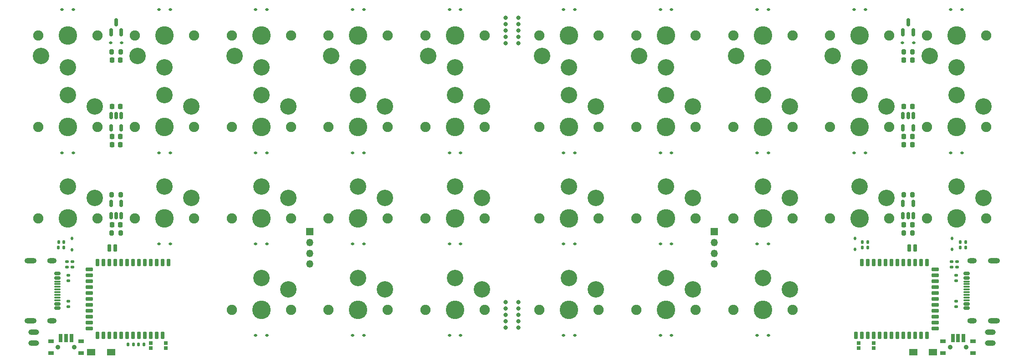
<source format=gbr>
%TF.GenerationSoftware,KiCad,Pcbnew,8.0.1*%
%TF.CreationDate,2024-03-30T18:05:25+05:00*%
%TF.ProjectId,pcb,7063622e-6b69-4636-9164-5f7063625858,rev?*%
%TF.SameCoordinates,Original*%
%TF.FileFunction,Soldermask,Top*%
%TF.FilePolarity,Negative*%
%FSLAX46Y46*%
G04 Gerber Fmt 4.6, Leading zero omitted, Abs format (unit mm)*
G04 Created by KiCad (PCBNEW 8.0.1) date 2024-03-30 18:05:25*
%MOMM*%
%LPD*%
G01*
G04 APERTURE LIST*
G04 Aperture macros list*
%AMRoundRect*
0 Rectangle with rounded corners*
0 $1 Rounding radius*
0 $2 $3 $4 $5 $6 $7 $8 $9 X,Y pos of 4 corners*
0 Add a 4 corners polygon primitive as box body*
4,1,4,$2,$3,$4,$5,$6,$7,$8,$9,$2,$3,0*
0 Add four circle primitives for the rounded corners*
1,1,$1+$1,$2,$3*
1,1,$1+$1,$4,$5*
1,1,$1+$1,$6,$7*
1,1,$1+$1,$8,$9*
0 Add four rect primitives between the rounded corners*
20,1,$1+$1,$2,$3,$4,$5,0*
20,1,$1+$1,$4,$5,$6,$7,0*
20,1,$1+$1,$6,$7,$8,$9,0*
20,1,$1+$1,$8,$9,$2,$3,0*%
G04 Aperture macros list end*
%ADD10C,1.900000*%
%ADD11C,3.050000*%
%ADD12C,3.450000*%
%ADD13RoundRect,0.200000X0.200000X0.275000X-0.200000X0.275000X-0.200000X-0.275000X0.200000X-0.275000X0*%
%ADD14RoundRect,0.112500X-0.187500X-0.112500X0.187500X-0.112500X0.187500X0.112500X-0.187500X0.112500X0*%
%ADD15RoundRect,0.225000X0.225000X0.250000X-0.225000X0.250000X-0.225000X-0.250000X0.225000X-0.250000X0*%
%ADD16RoundRect,0.135000X0.185000X-0.135000X0.185000X0.135000X-0.185000X0.135000X-0.185000X-0.135000X0*%
%ADD17RoundRect,0.112500X0.187500X0.112500X-0.187500X0.112500X-0.187500X-0.112500X0.187500X-0.112500X0*%
%ADD18O,2.219000X1.000000*%
%ADD19RoundRect,0.150000X-0.425000X0.150000X-0.425000X-0.150000X0.425000X-0.150000X0.425000X0.150000X0*%
%ADD20RoundRect,0.075000X-0.500000X0.075000X-0.500000X-0.075000X0.500000X-0.075000X0.500000X0.075000X0*%
%ADD21O,1.762000X1.000000*%
%ADD22C,0.800000*%
%ADD23RoundRect,0.150000X0.150000X-0.512500X0.150000X0.512500X-0.150000X0.512500X-0.150000X-0.512500X0*%
%ADD24RoundRect,0.135000X-0.185000X0.135000X-0.185000X-0.135000X0.185000X-0.135000X0.185000X0.135000X0*%
%ADD25R,1.350000X1.350000*%
%ADD26O,1.350000X1.350000*%
%ADD27RoundRect,0.135000X-0.135000X-0.185000X0.135000X-0.185000X0.135000X0.185000X-0.135000X0.185000X0*%
%ADD28RoundRect,0.150000X0.150000X-0.587500X0.150000X0.587500X-0.150000X0.587500X-0.150000X-0.587500X0*%
%ADD29RoundRect,0.175000X-0.175000X0.500000X-0.175000X-0.500000X0.175000X-0.500000X0.175000X0.500000X0*%
%ADD30RoundRect,0.175000X-0.500000X-0.175000X0.500000X-0.175000X0.500000X0.175000X-0.500000X0.175000X0*%
%ADD31RoundRect,0.175000X0.175000X-0.500000X0.175000X0.500000X-0.175000X0.500000X-0.175000X-0.500000X0*%
%ADD32R,0.800000X0.700000*%
%ADD33RoundRect,0.200000X-0.200000X-0.275000X0.200000X-0.275000X0.200000X0.275000X-0.200000X0.275000X0*%
%ADD34RoundRect,0.140000X0.140000X0.170000X-0.140000X0.170000X-0.140000X-0.170000X0.140000X-0.170000X0*%
%ADD35RoundRect,0.150000X0.425000X-0.150000X0.425000X0.150000X-0.425000X0.150000X-0.425000X-0.150000X0*%
%ADD36RoundRect,0.075000X0.500000X-0.075000X0.500000X0.075000X-0.500000X0.075000X-0.500000X-0.075000X0*%
%ADD37RoundRect,0.175000X0.500000X0.175000X-0.500000X0.175000X-0.500000X-0.175000X0.500000X-0.175000X0*%
%ADD38RoundRect,0.112500X-0.112500X0.187500X-0.112500X-0.187500X0.112500X-0.187500X0.112500X0.187500X0*%
%ADD39RoundRect,0.135000X0.135000X0.185000X-0.135000X0.185000X-0.135000X-0.185000X0.135000X-0.185000X0*%
%ADD40C,0.600000*%
%ADD41RoundRect,0.500000X0.500000X-0.000010X0.500000X0.000010X-0.500000X0.000010X-0.500000X-0.000010X0*%
%ADD42RoundRect,0.060000X0.740000X0.540000X-0.740000X0.540000X-0.740000X-0.540000X0.740000X-0.540000X0*%
%ADD43RoundRect,0.500000X-0.500000X0.000010X-0.500000X-0.000010X0.500000X-0.000010X0.500000X0.000010X0*%
%ADD44RoundRect,0.150000X-0.150000X0.512500X-0.150000X-0.512500X0.150000X-0.512500X0.150000X0.512500X0*%
%ADD45R,1.000000X0.800000*%
%ADD46C,0.900000*%
%ADD47R,0.700000X1.500000*%
%ADD48RoundRect,0.140000X-0.140000X-0.170000X0.140000X-0.170000X0.140000X0.170000X-0.140000X0.170000X0*%
%ADD49RoundRect,0.112500X0.112500X-0.187500X0.112500X0.187500X-0.112500X0.187500X-0.112500X-0.187500X0*%
G04 APERTURE END LIST*
D10*
%TO.C,SW26*%
X191700000Y-84000000D03*
D11*
X197200000Y-78100000D03*
D12*
X197200000Y-84000000D03*
D11*
X202200000Y-80200000D03*
D10*
X202700000Y-84000000D03*
%TD*%
%TO.C,SW2*%
X44500000Y-67000000D03*
D11*
X50000000Y-61100000D03*
D12*
X50000000Y-67000000D03*
D11*
X55000000Y-63200000D03*
D10*
X55500000Y-67000000D03*
%TD*%
%TO.C,SW10*%
X80500000Y-101000000D03*
D11*
X86000000Y-95100000D03*
D12*
X86000000Y-101000000D03*
D11*
X91000000Y-97200000D03*
D10*
X91500000Y-101000000D03*
%TD*%
%TO.C,SW14*%
X98500000Y-101000000D03*
D11*
X104000000Y-95100000D03*
D12*
X104000000Y-101000000D03*
D11*
X109000000Y-97200000D03*
D10*
X109500000Y-101000000D03*
%TD*%
D13*
%TO.C,R16*%
X207025000Y-53037500D03*
X205375000Y-53037500D03*
%TD*%
D14*
%TO.C,D24*%
X196149998Y-45200000D03*
X198249998Y-45200000D03*
%TD*%
D15*
%TO.C,C6*%
X59775000Y-85200000D03*
X58225000Y-85200000D03*
%TD*%
D10*
%TO.C,SW36*%
X137700000Y-67000000D03*
D11*
X143200000Y-61100000D03*
D12*
X143200000Y-67000000D03*
D11*
X148200000Y-63200000D03*
D10*
X148700000Y-67000000D03*
%TD*%
D16*
%TO.C,R14*%
X214300000Y-93110000D03*
X214300000Y-92090000D03*
%TD*%
D10*
%TO.C,SW15*%
X127500000Y-50000000D03*
D11*
X122000000Y-55900000D03*
D12*
X122000000Y-50000000D03*
D11*
X117000000Y-53800000D03*
D10*
X116500000Y-50000000D03*
%TD*%
D17*
%TO.C,D2*%
X51050000Y-71800000D03*
X48950000Y-71800000D03*
%TD*%
D18*
%TO.C,J1*%
X43057400Y-103075300D03*
X43070100Y-91924700D03*
D19*
X48100000Y-94300000D03*
X48100000Y-95100000D03*
D20*
X48100000Y-96250000D03*
X48100000Y-97250000D03*
X48100000Y-97750000D03*
X48100000Y-98750000D03*
D19*
X48100000Y-99900000D03*
X48100000Y-100700000D03*
X48100000Y-100700000D03*
X48100000Y-99900000D03*
D20*
X48100000Y-99250000D03*
X48100000Y-98250000D03*
X48100000Y-96750000D03*
X48100000Y-95750000D03*
D19*
X48100000Y-95100000D03*
X48100000Y-94300000D03*
D21*
X47096000Y-103075400D03*
X47096000Y-91924700D03*
%TD*%
D17*
%TO.C,D30*%
X180250000Y-105800000D03*
X178150000Y-105800000D03*
%TD*%
D22*
%TO.C,P2*%
X131400000Y-51431400D03*
X133800000Y-51431400D03*
X131400000Y-50240700D03*
X133800000Y-50240700D03*
X131400000Y-49050000D03*
X133800000Y-49050000D03*
X131400000Y-47859300D03*
X133800000Y-47859300D03*
X131400000Y-46668600D03*
X133800000Y-46668600D03*
%TD*%
D10*
%TO.C,SW9*%
X80500000Y-84000000D03*
D11*
X86000000Y-78100000D03*
D12*
X86000000Y-84000000D03*
D11*
X91000000Y-80200000D03*
D10*
X91500000Y-84000000D03*
%TD*%
D23*
%TO.C,U6*%
X205250000Y-83537500D03*
X206200000Y-83537500D03*
X207150000Y-83537500D03*
X207150000Y-81262500D03*
X205250000Y-81262500D03*
%TD*%
D14*
%TO.C,D31*%
X160149998Y-45200000D03*
X162249998Y-45200000D03*
%TD*%
D17*
%TO.C,D14*%
X105050000Y-105800000D03*
X102950000Y-105800000D03*
%TD*%
D14*
%TO.C,D11*%
X102950000Y-45200000D03*
X105050000Y-45200000D03*
%TD*%
D15*
%TO.C,C4*%
X59775000Y-68800000D03*
X58225000Y-68800000D03*
%TD*%
D16*
%TO.C,R3*%
X50100000Y-100410000D03*
X50100000Y-99390000D03*
%TD*%
D24*
%TO.C,R13*%
X215100000Y-94590000D03*
X215100000Y-95610000D03*
%TD*%
D17*
%TO.C,D22*%
X216250000Y-71800000D03*
X214150000Y-71800000D03*
%TD*%
D10*
%TO.C,SW27*%
X184699998Y-50000000D03*
D11*
X179199998Y-55900000D03*
D12*
X179199998Y-50000000D03*
D11*
X174199998Y-53800000D03*
D10*
X173699998Y-50000000D03*
%TD*%
%TO.C,SW18*%
X116500000Y-101000000D03*
D11*
X122000000Y-95100000D03*
D12*
X122000000Y-101000000D03*
D11*
X127000000Y-97200000D03*
D10*
X127500000Y-101000000D03*
%TD*%
D24*
%TO.C,R5*%
X50900000Y-92090000D03*
X50900000Y-93110000D03*
%TD*%
D10*
%TO.C,SW38*%
X137700000Y-101000000D03*
D11*
X143200000Y-95100000D03*
D12*
X143200000Y-101000000D03*
D11*
X148200000Y-97200000D03*
D10*
X148700000Y-101000000D03*
%TD*%
D25*
%TO.C,J2*%
X95000000Y-86500000D03*
D26*
X95000000Y-88500000D03*
X95000000Y-90500000D03*
X95000000Y-92500000D03*
%TD*%
D16*
%TO.C,R4*%
X49900000Y-93110000D03*
X49900000Y-92090000D03*
%TD*%
D10*
%TO.C,SW17*%
X116500000Y-84000000D03*
D11*
X122000000Y-78100000D03*
D12*
X122000000Y-84000000D03*
D11*
X127000000Y-80200000D03*
D10*
X127500000Y-84000000D03*
%TD*%
D27*
%TO.C,R10*%
X61190000Y-107500000D03*
X62210000Y-107500000D03*
%TD*%
D15*
%TO.C,C3*%
X59775000Y-63200000D03*
X58225000Y-63200000D03*
%TD*%
D28*
%TO.C,Q2*%
X205250000Y-49375000D03*
X207150000Y-49375000D03*
X206200000Y-47500000D03*
%TD*%
D10*
%TO.C,SW4*%
X73500000Y-50000000D03*
D11*
X68000000Y-55900000D03*
D12*
X68000000Y-50000000D03*
D11*
X63000000Y-53800000D03*
D10*
X62500000Y-50000000D03*
%TD*%
D29*
%TO.C,U1*%
X68700000Y-92250000D03*
X67600000Y-92250000D03*
X66500000Y-92250000D03*
X65400000Y-92250000D03*
X64300000Y-92250000D03*
X63200000Y-92250000D03*
X62100000Y-92250000D03*
X61000000Y-92250000D03*
X59900000Y-92250000D03*
X58800000Y-92250000D03*
X57700000Y-92250000D03*
X56600000Y-92250000D03*
X55500000Y-92250000D03*
D30*
X54000000Y-93500000D03*
X54000000Y-94600000D03*
X54000000Y-95700000D03*
X54000000Y-96800000D03*
X54000000Y-97900000D03*
X54000000Y-99000000D03*
X54000000Y-100100000D03*
X54000000Y-101200000D03*
X54000000Y-102300000D03*
X54000000Y-103400000D03*
X54000000Y-104500000D03*
D31*
X55500000Y-105750000D03*
X56600000Y-105750000D03*
X57700000Y-105750000D03*
X58800000Y-105750000D03*
X59900000Y-105750000D03*
X61000000Y-105750000D03*
X62100000Y-105750000D03*
X63200000Y-105750000D03*
X64300000Y-105750000D03*
X65400000Y-105750000D03*
X66500000Y-105750000D03*
X67600000Y-105750000D03*
X57700000Y-89500000D03*
X58800000Y-89500000D03*
%TD*%
D17*
%TO.C,D13*%
X105050000Y-88800000D03*
X102950000Y-88800000D03*
%TD*%
%TO.C,D38*%
X144250000Y-105800000D03*
X142150000Y-105800000D03*
%TD*%
D10*
%TO.C,SW7*%
X91500000Y-50000000D03*
D11*
X86000000Y-55900000D03*
D12*
X86000000Y-50000000D03*
D11*
X81000000Y-53800000D03*
D10*
X80500000Y-50000000D03*
%TD*%
D32*
%TO.C,SW20*%
X65400000Y-108150000D03*
X65400000Y-107250000D03*
X68200000Y-108150000D03*
X68200000Y-107250000D03*
%TD*%
D17*
%TO.C,D25*%
X198250000Y-71800000D03*
X196150000Y-71800000D03*
%TD*%
D15*
%TO.C,C11*%
X206975000Y-70300000D03*
X205425000Y-70300000D03*
%TD*%
D10*
%TO.C,SW23*%
X209700000Y-84000000D03*
D11*
X215200000Y-78100000D03*
D12*
X215200000Y-84000000D03*
D11*
X220200000Y-80200000D03*
D10*
X220700000Y-84000000D03*
%TD*%
D17*
%TO.C,D9*%
X87050000Y-88800000D03*
X84950000Y-88800000D03*
%TD*%
D14*
%TO.C,D7*%
X84950000Y-45200000D03*
X87050000Y-45200000D03*
%TD*%
D10*
%TO.C,SW16*%
X116500000Y-67000000D03*
D11*
X122000000Y-61100000D03*
D12*
X122000000Y-67000000D03*
D11*
X127000000Y-63200000D03*
D10*
X127500000Y-67000000D03*
%TD*%
D14*
%TO.C,D27*%
X178149998Y-45200000D03*
X180249998Y-45200000D03*
%TD*%
D17*
%TO.C,D6*%
X69050000Y-88800000D03*
X66950000Y-88800000D03*
%TD*%
D15*
%TO.C,C2*%
X59775000Y-54537500D03*
X58225000Y-54537500D03*
%TD*%
D10*
%TO.C,SW12*%
X98500000Y-67000000D03*
D11*
X104000000Y-61100000D03*
D12*
X104000000Y-67000000D03*
D11*
X109000000Y-63200000D03*
D10*
X109500000Y-67000000D03*
%TD*%
%TO.C,SW34*%
X155700000Y-101000000D03*
D11*
X161200000Y-95100000D03*
D12*
X161200000Y-101000000D03*
D11*
X166200000Y-97200000D03*
D10*
X166700000Y-101000000D03*
%TD*%
%TO.C,SW35*%
X148699998Y-50000000D03*
D11*
X143199998Y-55900000D03*
D12*
X143199998Y-50000000D03*
D11*
X138199998Y-53800000D03*
D10*
X137699998Y-50000000D03*
%TD*%
%TO.C,SW6*%
X62500000Y-84000000D03*
D11*
X68000000Y-78100000D03*
D12*
X68000000Y-84000000D03*
D11*
X73000000Y-80200000D03*
D10*
X73500000Y-84000000D03*
%TD*%
D17*
%TO.C,D34*%
X162250000Y-105800000D03*
X160150000Y-105800000D03*
%TD*%
D25*
%TO.C,J4*%
X170200000Y-86500000D03*
D26*
X170200000Y-88500000D03*
X170200000Y-90500000D03*
X170200000Y-92500000D03*
%TD*%
D33*
%TO.C,R7*%
X58175000Y-79600000D03*
X59825000Y-79600000D03*
%TD*%
D15*
%TO.C,C5*%
X59775000Y-70300000D03*
X58225000Y-70300000D03*
%TD*%
D34*
%TO.C,C7*%
X216880000Y-88400000D03*
X215920000Y-88400000D03*
%TD*%
D10*
%TO.C,SW37*%
X137700000Y-84000000D03*
D11*
X143200000Y-78100000D03*
D12*
X143200000Y-84000000D03*
D11*
X148200000Y-80200000D03*
D10*
X148700000Y-84000000D03*
%TD*%
D14*
%TO.C,D4*%
X66950000Y-45200000D03*
X69050000Y-45200000D03*
%TD*%
D17*
%TO.C,D10*%
X87050000Y-105800000D03*
X84950000Y-105800000D03*
%TD*%
%TO.C,D17*%
X123050000Y-88800000D03*
X120950000Y-88800000D03*
%TD*%
D10*
%TO.C,SW28*%
X173700000Y-67000000D03*
D11*
X179200000Y-61100000D03*
D12*
X179200000Y-67000000D03*
D11*
X184200000Y-63200000D03*
D10*
X184700000Y-67000000D03*
%TD*%
D18*
%TO.C,J3*%
X222154050Y-91924800D03*
X222141350Y-103075400D03*
D35*
X217111450Y-100700100D03*
X217111450Y-99900100D03*
D36*
X217111450Y-98750100D03*
X217111450Y-97750100D03*
X217111450Y-97250100D03*
X217111450Y-96250100D03*
D35*
X217111450Y-95100100D03*
X217111450Y-94300100D03*
X217111450Y-94300100D03*
X217111450Y-95100100D03*
D36*
X217111450Y-95750100D03*
X217111450Y-96750100D03*
X217111450Y-98250100D03*
X217111450Y-99250100D03*
D35*
X217111450Y-99900100D03*
X217111450Y-100700100D03*
D21*
X218115450Y-91924700D03*
X218115450Y-103075400D03*
%TD*%
D10*
%TO.C,SW30*%
X173700000Y-101000000D03*
D11*
X179200000Y-95100000D03*
D12*
X179200000Y-101000000D03*
D11*
X184200000Y-97200000D03*
D10*
X184700000Y-101000000D03*
%TD*%
%TO.C,SW25*%
X191700000Y-67000000D03*
D11*
X197200000Y-61100000D03*
D12*
X197200000Y-67000000D03*
D11*
X202200000Y-63200000D03*
D10*
X202700000Y-67000000D03*
%TD*%
D17*
%TO.C,D33*%
X162250000Y-88800000D03*
X160150000Y-88800000D03*
%TD*%
D31*
%TO.C,U4*%
X196500000Y-105750000D03*
X197600000Y-105750000D03*
X198700000Y-105750000D03*
X199800000Y-105750000D03*
X200900000Y-105750000D03*
X202000000Y-105750000D03*
X203100000Y-105750000D03*
X204200000Y-105750000D03*
X205300000Y-105750000D03*
X206400000Y-105750000D03*
X207500000Y-105750000D03*
X208600000Y-105750000D03*
X209700000Y-105750000D03*
D37*
X211200000Y-104500000D03*
X211200000Y-103400000D03*
X211200000Y-102300000D03*
X211200000Y-101200000D03*
X211200000Y-100100000D03*
X211200000Y-99000000D03*
X211200000Y-97900000D03*
X211200000Y-96800000D03*
X211200000Y-95700000D03*
X211200000Y-94600000D03*
X211200000Y-93500000D03*
D29*
X209700000Y-92250000D03*
X208600000Y-92250000D03*
X207500000Y-92250000D03*
X206400000Y-92250000D03*
X205300000Y-92250000D03*
X204200000Y-92250000D03*
X203100000Y-92250000D03*
X202000000Y-92250000D03*
X200900000Y-92250000D03*
X199800000Y-92250000D03*
X198700000Y-92250000D03*
X197600000Y-92250000D03*
X207500000Y-89500000D03*
X206400000Y-89500000D03*
%TD*%
D17*
%TO.C,D5*%
X69050000Y-71800000D03*
X66950000Y-71800000D03*
%TD*%
D38*
%TO.C,D3*%
X50800000Y-87750000D03*
X50800000Y-89850000D03*
%TD*%
D15*
%TO.C,C12*%
X206975000Y-85200000D03*
X205425000Y-85200000D03*
%TD*%
D32*
%TO.C,SW40*%
X197000000Y-108150000D03*
X197000000Y-107250000D03*
X199800000Y-108150000D03*
X199800000Y-107250000D03*
%TD*%
D17*
%TO.C,D18*%
X123050000Y-105800000D03*
X120950000Y-105800000D03*
%TD*%
D39*
%TO.C,R11*%
X216910000Y-89400000D03*
X215890000Y-89400000D03*
%TD*%
D40*
%TO.C,H2*%
X43200000Y-107200000D03*
D41*
X43700000Y-107200000D03*
D40*
X44200000Y-107200000D03*
%TD*%
D14*
%TO.C,D1*%
X48950000Y-45200000D03*
X51050000Y-45200000D03*
%TD*%
D42*
%TO.C,D20*%
X54350000Y-108900000D03*
X58050000Y-108900000D03*
%TD*%
D27*
%TO.C,R1*%
X48290000Y-89400000D03*
X49310000Y-89400000D03*
%TD*%
D17*
%TO.C,D8*%
X87050000Y-71800000D03*
X84950000Y-71800000D03*
%TD*%
D10*
%TO.C,SW29*%
X173700000Y-84000000D03*
D11*
X179200000Y-78100000D03*
D12*
X179200000Y-84000000D03*
D11*
X184200000Y-80200000D03*
D10*
X184700000Y-84000000D03*
%TD*%
D14*
%TO.C,D35*%
X142149998Y-45200000D03*
X144249998Y-45200000D03*
%TD*%
D16*
%TO.C,R2*%
X50100000Y-95610000D03*
X50100000Y-94590000D03*
%TD*%
D24*
%TO.C,R15*%
X215300000Y-92090000D03*
X215300000Y-93110000D03*
%TD*%
D15*
%TO.C,C9*%
X206975000Y-63200000D03*
X205425000Y-63200000D03*
%TD*%
D24*
%TO.C,R12*%
X215100000Y-99390000D03*
X215100000Y-100410000D03*
%TD*%
D42*
%TO.C,D40*%
X207150000Y-108900000D03*
X210850000Y-108900000D03*
%TD*%
D15*
%TO.C,C10*%
X206975000Y-68800000D03*
X205425000Y-68800000D03*
%TD*%
D10*
%TO.C,SW1*%
X55500000Y-50000000D03*
D11*
X50000000Y-55900000D03*
D12*
X50000000Y-50000000D03*
D11*
X45000000Y-53800000D03*
D10*
X44500000Y-50000000D03*
%TD*%
D17*
%TO.C,D12*%
X105050000Y-71800000D03*
X102950000Y-71800000D03*
%TD*%
D10*
%TO.C,SW11*%
X109500000Y-50000000D03*
D11*
X104000000Y-55900000D03*
D12*
X104000000Y-50000000D03*
D11*
X99000000Y-53800000D03*
D10*
X98500000Y-50000000D03*
%TD*%
D40*
%TO.C,H4*%
X222000000Y-107200000D03*
D43*
X221500000Y-107200000D03*
D40*
X221000000Y-107200000D03*
%TD*%
D17*
%TO.C,D28*%
X180250000Y-71800000D03*
X178150000Y-71800000D03*
%TD*%
D14*
%TO.C,D21*%
X214149998Y-45200000D03*
X216249998Y-45200000D03*
%TD*%
D44*
%TO.C,U5*%
X207150000Y-64862500D03*
X206200000Y-64862500D03*
X205250000Y-64862500D03*
X205250000Y-67137500D03*
X207150000Y-67137500D03*
%TD*%
D28*
%TO.C,Q1*%
X58050000Y-49375000D03*
X59950000Y-49375000D03*
X59000000Y-47500000D03*
%TD*%
D17*
%TO.C,D19*%
X60050000Y-51337500D03*
X57950000Y-51337500D03*
%TD*%
%TO.C,D39*%
X207250000Y-51337500D03*
X205150000Y-51337500D03*
%TD*%
D10*
%TO.C,SW5*%
X62500000Y-67000000D03*
D11*
X68000000Y-61100000D03*
D12*
X68000000Y-67000000D03*
D11*
X73000000Y-63200000D03*
D10*
X73500000Y-67000000D03*
%TD*%
%TO.C,SW33*%
X155700000Y-84000000D03*
D11*
X161200000Y-78100000D03*
D12*
X161200000Y-84000000D03*
D11*
X166200000Y-80200000D03*
D10*
X166700000Y-84000000D03*
%TD*%
D33*
%TO.C,R8*%
X58175000Y-86700000D03*
X59825000Y-86700000D03*
%TD*%
D23*
%TO.C,U2*%
X58050000Y-83537500D03*
X59000000Y-83537500D03*
X59950000Y-83537500D03*
X59950000Y-81262500D03*
X58050000Y-81262500D03*
%TD*%
D13*
%TO.C,R6*%
X59825000Y-53037500D03*
X58175000Y-53037500D03*
%TD*%
D33*
%TO.C,R17*%
X205375000Y-79600000D03*
X207025000Y-79600000D03*
%TD*%
D45*
%TO.C,SW19*%
X46900000Y-106900000D03*
X46900000Y-109100000D03*
D46*
X48200000Y-108000000D03*
X51200000Y-108000000D03*
D45*
X52500000Y-106900000D03*
X52500000Y-109100000D03*
D47*
X48700000Y-106250000D03*
X49700000Y-106250000D03*
X50700000Y-106250000D03*
%TD*%
D14*
%TO.C,D15*%
X120950000Y-45200000D03*
X123050000Y-45200000D03*
%TD*%
D17*
%TO.C,D37*%
X144250000Y-88800000D03*
X142150000Y-88800000D03*
%TD*%
D39*
%TO.C,R20*%
X198710000Y-89400000D03*
X197690000Y-89400000D03*
%TD*%
D40*
%TO.C,H3*%
X222000000Y-105200000D03*
D43*
X221500000Y-105200000D03*
D40*
X221000000Y-105200000D03*
%TD*%
D10*
%TO.C,SW24*%
X202699998Y-50000000D03*
D11*
X197199998Y-55900000D03*
D12*
X197199998Y-50000000D03*
D11*
X192199998Y-53800000D03*
D10*
X191699998Y-50000000D03*
%TD*%
D48*
%TO.C,C1*%
X48320000Y-88400000D03*
X49280000Y-88400000D03*
%TD*%
D17*
%TO.C,D16*%
X123050000Y-71800000D03*
X120950000Y-71800000D03*
%TD*%
D10*
%TO.C,SW32*%
X155700000Y-67000000D03*
D11*
X161200000Y-61100000D03*
D12*
X161200000Y-67000000D03*
D11*
X166200000Y-63200000D03*
D10*
X166700000Y-67000000D03*
%TD*%
D33*
%TO.C,R18*%
X205375000Y-86700000D03*
X207025000Y-86700000D03*
%TD*%
D27*
%TO.C,R19*%
X197690000Y-88400000D03*
X198710000Y-88400000D03*
%TD*%
D10*
%TO.C,SW3*%
X44500000Y-84000000D03*
D11*
X50000000Y-78100000D03*
D12*
X50000000Y-84000000D03*
D11*
X55000000Y-80200000D03*
D10*
X55500000Y-84000000D03*
%TD*%
D49*
%TO.C,D23*%
X214400000Y-89805000D03*
X214400000Y-87705000D03*
%TD*%
D17*
%TO.C,D32*%
X162250000Y-71800000D03*
X160150000Y-71800000D03*
%TD*%
D45*
%TO.C,SW39*%
X212700000Y-106900000D03*
X212700000Y-109100000D03*
D46*
X214000000Y-108000000D03*
X217000000Y-108000000D03*
D45*
X218300000Y-106900000D03*
X218300000Y-109100000D03*
D47*
X214500000Y-106250000D03*
X215500000Y-106250000D03*
X216500000Y-106250000D03*
%TD*%
D10*
%TO.C,SW8*%
X80500000Y-67000000D03*
D11*
X86000000Y-61100000D03*
D12*
X86000000Y-67000000D03*
D11*
X91000000Y-63200000D03*
D10*
X91500000Y-67000000D03*
%TD*%
D17*
%TO.C,D36*%
X144250000Y-71800000D03*
X142150000Y-71800000D03*
%TD*%
%TO.C,D29*%
X180250000Y-88800000D03*
X178150000Y-88800000D03*
%TD*%
D44*
%TO.C,U3*%
X59950000Y-64862500D03*
X59000000Y-64862500D03*
X58050000Y-64862500D03*
X58050000Y-67137500D03*
X59950000Y-67137500D03*
%TD*%
D40*
%TO.C,H1*%
X43200000Y-105200000D03*
D41*
X43700000Y-105200000D03*
D40*
X44200000Y-105200000D03*
%TD*%
D27*
%TO.C,R9*%
X63190000Y-107500000D03*
X64210000Y-107500000D03*
%TD*%
D15*
%TO.C,C8*%
X206975000Y-54537500D03*
X205425000Y-54537500D03*
%TD*%
D22*
%TO.C,P2*%
X131400000Y-104331400D03*
X133800000Y-104331400D03*
X131400000Y-103140700D03*
X133800000Y-103140700D03*
X131400000Y-101950000D03*
X133800000Y-101950000D03*
X131400000Y-100759300D03*
X133800000Y-100759300D03*
X131400000Y-99568600D03*
X133800000Y-99568600D03*
%TD*%
D10*
%TO.C,SW22*%
X209700000Y-67000000D03*
D11*
X215200000Y-61100000D03*
D12*
X215200000Y-67000000D03*
D11*
X220200000Y-63200000D03*
D10*
X220700000Y-67000000D03*
%TD*%
D49*
%TO.C,D26*%
X196300000Y-89805000D03*
X196300000Y-87705000D03*
%TD*%
D10*
%TO.C,SW21*%
X220699998Y-50000000D03*
D11*
X215199998Y-55900000D03*
D12*
X215199998Y-50000000D03*
D11*
X210199998Y-53800000D03*
D10*
X209699998Y-50000000D03*
%TD*%
%TO.C,SW13*%
X98500000Y-84000000D03*
D11*
X104000000Y-78100000D03*
D12*
X104000000Y-84000000D03*
D11*
X109000000Y-80200000D03*
D10*
X109500000Y-84000000D03*
%TD*%
%TO.C,SW31*%
X166699998Y-50000000D03*
D11*
X161199998Y-55900000D03*
D12*
X161199998Y-50000000D03*
D11*
X156199998Y-53800000D03*
D10*
X155699998Y-50000000D03*
%TD*%
M02*

</source>
